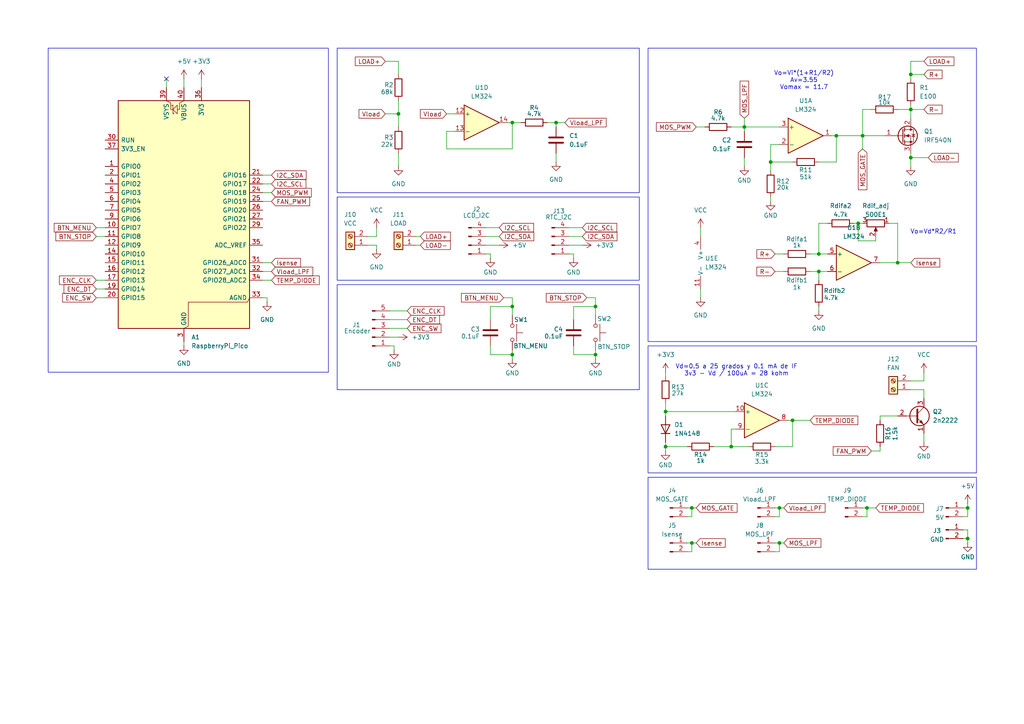
<source format=kicad_sch>
(kicad_sch (version 20250114) (generator "eeschema") (generator_version "9.0")
  (paper "A4")
  (lib_symbols
    (symbol "Amplifier_Operational:LM324" (pin_names (offset 0.127))
      (property "Reference" "U" (at 0 5.08 0))
      (property "Value" "LM324" (at 0 -5.08 0))
      (symbol "LM324_1_1"
        (pin input line (at -7.62 2.54 0) (length 2.54) (name "+") (number "3"))
        (pin input line (at -7.62 -2.54 0) (length 2.54) (name "-") (number "2"))
        (pin output line (at 7.62 0 180) (length 2.54) (name "~") (number "1"))
      )
      (symbol "LM324_2_1"
        (pin input line (at -7.62 2.54 0) (length 2.54) (name "+") (number "5"))
        (pin input line (at -7.62 -2.54 0) (length 2.54) (name "-") (number "6"))
        (pin output line (at 7.62 0 180) (length 2.54) (name "~") (number "7"))
      )
      (symbol "LM324_3_1"
        (pin input line (at -7.62 2.54 0) (length 2.54) (name "+") (number "10"))
        (pin input line (at -7.62 -2.54 0) (length 2.54) (name "-") (number "9"))
        (pin output line (at 7.62 0 180) (length 2.54) (name "~") (number "8"))
      )
      (symbol "LM324_4_1"
        (pin input line (at -7.62 2.54 0) (length 2.54) (name "+") (number "12"))
        (pin input line (at -7.62 -2.54 0) (length 2.54) (name "-") (number "13"))
        (pin output line (at 7.62 0 180) (length 2.54) (name "~") (number "14"))
      )
      (symbol "LM324_5_1"
        (pin power_in line (at -2.54 7.62 270) (length 3.81) (name "V+") (number "4"))
        (pin power_in line (at -2.54 -7.62 90) (length 3.81) (name "V-") (number "11"))
      )
    )
    (symbol "Connector:Conn_01x02_Pin" (pin_names (offset 1.016) (hide yes))
      (property "Reference" "J" (at 0 2.54 0))
      (property "Value" "Conn_01x02_Pin" (at 0 -5.08 0))
      (symbol "Conn_01x02_Pin_1_1"
        (pin passive line (at 5.08 0 180) (length 3.81) (name "Pin_1") (number "1"))
        (pin passive line (at 5.08 -2.54 180) (length 3.81) (name "Pin_2") (number "2"))
      )
    )
    (symbol "Connector:Conn_01x04_Pin" (pin_names (offset 1.016) (hide yes))
      (property "Reference" "J" (at 0 5.08 0))
      (property "Value" "Conn_01x04_Pin" (at 0 -7.62 0))
      (symbol "Conn_01x04_Pin_1_1"
        (pin passive line (at 5.08 2.54 180) (length 3.81) (name "Pin_1") (number "1"))
        (pin passive line (at 5.08 0 180) (length 3.81) (name "Pin_2") (number "2"))
        (pin passive line (at 5.08 -2.54 180) (length 3.81) (name "Pin_3") (number "3"))
        (pin passive line (at 5.08 -5.08 180) (length 3.81) (name "Pin_4") (number "4"))
      )
    )
    (symbol "Connector:Conn_01x05_Pin" (pin_names (offset 1.016) (hide yes))
      (property "Reference" "J" (at 0 7.62 0))
      (property "Value" "Conn_01x05_Pin" (at 0 -7.62 0))
      (symbol "Conn_01x05_Pin_1_1"
        (pin passive line (at 5.08 5.08 180) (length 3.81) (name "Pin_1") (number "1"))
        (pin passive line (at 5.08 2.54 180) (length 3.81) (name "Pin_2") (number "2"))
        (pin passive line (at 5.08 0 180) (length 3.81) (name "Pin_3") (number "3"))
        (pin passive line (at 5.08 -2.54 180) (length 3.81) (name "Pin_4") (number "4"))
        (pin passive line (at 5.08 -5.08 180) (length 3.81) (name "Pin_5") (number "5"))
      )
    )
    (symbol "Connector:Screw_Terminal_01x02" (pin_names (offset 1.016) (hide yes))
      (property "Reference" "J" (at 0 2.54 0))
      (property "Value" "Screw_Terminal_01x02" (at 0 -5.08 0))
      (symbol "Screw_Terminal_01x02_1_1"
        (pin passive line (at -5.08 0 0) (length 3.81) (name "Pin_1") (number "1"))
        (pin passive line (at -5.08 -2.54 0) (length 3.81) (name "Pin_2") (number "2"))
      )
    )
    (symbol "Device:C" (pin_numbers (hide yes)) (pin_names (offset 0.254))
      (property "Reference" "C" (at 0.635 2.54 0))
      (property "Value" "C" (at 0.635 -2.54 0))
      (symbol "C_1_1"
        (pin passive line (at 0 3.81 270) (length 2.794) (name "~") (number "1"))
        (pin passive line (at 0 -3.81 90) (length 2.794) (name "~") (number "2"))
      )
    )
    (symbol "Device:R" (pin_numbers (hide yes)) (pin_names (offset 0))
      (property "Reference" "R" (at 2.032 0 90))
      (property "Value" "R" (at 0 0 90))
      (symbol "R_1_1"
        (pin passive line (at 0 3.81 270) (length 1.27) (name "~") (number "1"))
        (pin passive line (at 0 -3.81 90) (length 1.27) (name "~") (number "2"))
      )
    )
    (symbol "Device:R_Potentiometer" (pin_names (offset 1.016) (hide yes))
      (property "Reference" "RV" (at -4.445 0 90))
      (property "Value" "R_Potentiometer" (at -2.54 0 90))
      (symbol "R_Potentiometer_1_1"
        (pin passive line (at 0 3.81 270) (length 1.27) (name "1") (number "1"))
        (pin passive line (at 0 -3.81 90) (length 1.27) (name "3") (number "3"))
        (pin passive line (at 3.81 0 180) (length 1.27) (name "2") (number "2"))
      )
    )
    (symbol "Diode:1N4148" (pin_numbers (hide yes)) (pin_names (hide yes))
      (property "Reference" "D" (at 0 2.54 0))
      (property "Value" "1N4148" (at 0 -2.54 0))
      (symbol "1N4148_1_1"
        (pin passive line (at -3.81 0 0) (length 2.54) (name "K") (number "1"))
        (pin passive line (at 3.81 0 180) (length 2.54) (name "A") (number "2"))
      )
    )
    (symbol "MCU_Module:RaspberryPi_Pico" (pin_names (offset 0.762))
      (property "Reference" "A" (at -19.05 35.56 0))
      (property "Value" "RaspberryPi_Pico" (at 7.62 35.56 0))
      (symbol "RaspberryPi_Pico_1_1"
        (pin passive line (at -22.86 22.86 0) (length 3.81) (name "RUN") (number "30"))
        (pin passive line (at -22.86 20.32 0) (length 3.81) (name "3V3_EN") (number "37"))
        (pin bidirectional line (at -22.86 15.24 0) (length 3.81) (name "GPIO0") (number "1"))
        (pin bidirectional line (at -22.86 12.7 0) (length 3.81) (name "GPIO1") (number "2"))
        (pin bidirectional line (at -22.86 10.16 0) (length 3.81) (name "GPIO2") (number "4"))
        (pin bidirectional line (at -22.86 7.62 0) (length 3.81) (name "GPIO3") (number "5"))
        (pin bidirectional line (at -22.86 5.08 0) (length 3.81) (name "GPIO4") (number "6"))
        (pin bidirectional line (at -22.86 2.54 0) (length 3.81) (name "GPIO5") (number "7"))
        (pin bidirectional line (at -22.86 0 0) (length 3.81) (name "GPIO6") (number "9"))
        (pin bidirectional line (at -22.86 -2.54 0) (length 3.81) (name "GPIO7") (number "10"))
        (pin bidirectional line (at -22.86 -5.08 0) (length 3.81) (name "GPIO8") (number "11"))
        (pin bidirectional line (at -22.86 -7.62 0) (length 3.81) (name "GPIO9") (number "12"))
        (pin bidirectional line (at -22.86 -10.16 0) (length 3.81) (name "GPIO10") (number "14"))
        (pin bidirectional line (at -22.86 -12.7 0) (length 3.81) (name "GPIO11") (number "15"))
        (pin bidirectional line (at -22.86 -15.24 0) (length 3.81) (name "GPIO12") (number "16"))
        (pin bidirectional line (at -22.86 -17.78 0) (length 3.81) (name "GPIO13") (number "17"))
        (pin bidirectional line (at -22.86 -20.32 0) (length 3.81) (name "GPIO14") (number "19"))
        (pin bidirectional line (at -22.86 -22.86 0) (length 3.81) (name "GPIO15") (number "20"))
        (pin power_in line (at -5.08 38.1 270) (length 3.81) (name "VSYS") (number "39"))
        (pin power_out line (at 0 38.1 270) (length 3.81) (name "VBUS") (number "40"))
        (pin passive line (at 0 -35.56 90) (length 3.81) (hide yes) (name "GND") (number "13"))
        (pin passive line (at 0 -35.56 90) (length 3.81) (hide yes) (name "GND") (number "18"))
        (pin passive line (at 0 -35.56 90) (length 3.81) (hide yes) (name "GND") (number "23"))
        (pin passive line (at 0 -35.56 90) (length 3.81) (hide yes) (name "GND") (number "28"))
        (pin power_out line (at 0 -35.56 90) (length 3.81) (name "GND") (number "3"))
        (pin passive line (at 0 -35.56 90) (length 3.81) (hide yes) (name "GND") (number "38"))
        (pin passive line (at 0 -35.56 90) (length 3.81) (hide yes) (name "GND") (number "8"))
        (pin power_out line (at 5.08 38.1 270) (length 3.81) (name "3V3") (number "36"))
        (pin bidirectional line (at 22.86 12.7 180) (length 3.81) (name "GPIO16") (number "21"))
        (pin bidirectional line (at 22.86 10.16 180) (length 3.81) (name "GPIO17") (number "22"))
        (pin bidirectional line (at 22.86 7.62 180) (length 3.81) (name "GPIO18") (number "24"))
        (pin bidirectional line (at 22.86 5.08 180) (length 3.81) (name "GPIO19") (number "25"))
        (pin bidirectional line (at 22.86 2.54 180) (length 3.81) (name "GPIO20") (number "26"))
        (pin bidirectional line (at 22.86 0 180) (length 3.81) (name "GPIO21") (number "27"))
        (pin bidirectional line (at 22.86 -2.54 180) (length 3.81) (name "GPIO22") (number "29"))
        (pin power_in line (at 22.86 -7.62 180) (length 3.81) (name "ADC_VREF") (number "35"))
        (pin bidirectional line (at 22.86 -12.7 180) (length 3.81) (name "GPIO26_ADC0") (number "31"))
        (pin bidirectional line (at 22.86 -15.24 180) (length 3.81) (name "GPIO27_ADC1") (number "32"))
        (pin bidirectional line (at 22.86 -17.78 180) (length 3.81) (name "GPIO28_ADC2") (number "34"))
        (pin power_out line (at 22.86 -22.86 180) (length 3.81) (name "AGND") (number "33"))
      )
    )
    (symbol "Switch:SW_Push" (pin_numbers (hide yes)) (pin_names (offset 1.016) (hide yes))
      (property "Reference" "SW" (at 1.27 2.54 0))
      (property "Value" "SW_Push" (at 0 -1.524 0))
      (symbol "SW_Push_0_1"
        (pin passive line (at -5.08 0 0) (length 2.54) (name "1") (number "1"))
        (pin passive line (at 5.08 0 180) (length 2.54) (name "2") (number "2"))
      )
    )
    (symbol "Transistor_BJT:2N2219" (pin_names (offset 0) (hide yes))
      (property "Reference" "Q" (at 5.08 1.905 0))
      (property "Value" "2N2219" (at 5.08 0 0))
      (symbol "2N2219_1_1"
        (pin input line (at -5.08 0 0) (length 2.54) (name "B") (number "2"))
        (pin passive line (at 2.54 5.08 270) (length 2.54) (name "C") (number "3"))
        (pin passive line (at 2.54 -5.08 90) (length 2.54) (name "E") (number "1"))
      )
    )
    (symbol "Transistor_FET:IRF540N" (pin_names (hide yes))
      (property "Reference" "Q" (at 5.08 1.905 0))
      (property "Value" "IRF540N" (at 5.08 0 0))
      (symbol "IRF540N_1_1"
        (pin input line (at -5.08 0 0) (length 2.54) (name "G") (number "1"))
        (pin passive line (at 2.54 5.08 270) (length 2.54) (name "D") (number "2"))
        (pin passive line (at 2.54 -5.08 90) (length 2.54) (name "S") (number "3"))
      )
    )
    (symbol "power:+3V3" (power) (pin_numbers (hide yes)) (pin_names (offset 0) (hide yes))
      (property "Value" "+3V3" (at 0 3.556 0))
      (symbol "+3V3_1_1"
        (pin power_in line (at 0 0 90) (length 0) (name "~") (number "1"))
      )
    )
    (symbol "power:+5V" (power) (pin_numbers (hide yes)) (pin_names (offset 0) (hide yes))
      (property "Value" "+5V" (at 0 3.556 0))
      (symbol "+5V_1_1"
        (pin power_in line (at 0 0 90) (length 0) (name "~") (number "1"))
      )
    )
    (symbol "power:GND" (power) (pin_numbers (hide yes)) (pin_names (offset 0) (hide yes))
      (property "Value" "GND" (at 0 -3.81 0))
      (symbol "GND_1_1"
        (pin power_in line (at 0 0 270) (length 0) (name "~") (number "1"))
      )
    )
    (symbol "power:VCC" (power) (pin_numbers (hide yes)) (pin_names (offset 0) (hide yes))
      (property "Value" "VCC" (at 0 3.556 0))
      (symbol "VCC_1_1"
        (pin power_in line (at 0 0 90) (length 0) (name "~") (number "1"))
      )
    )
  )
  (rectangle (start 97.79 13.97) (end 185.42 55.88))
  (rectangle (start 97.79 82.55) (end 185.42 113.03))
  (rectangle (start 97.79 57.15) (end 185.42 81.28))
  (rectangle (start 187.96 138.43) (end 283.21 165.1))
  (rectangle (start 187.96 100.33) (end 283.21 137.16))
  (rectangle (start 13.97 13.97) (end 95.25 107.95))
  (rectangle (start 187.96 13.97) (end 283.21 99.06))
  (text "Vd=0.5 a 25 grados y 0.1 mA de IF\n3v3 - Vd / 100uA = 28 kohm" (at 213.614 107.442 0) (effects (font (size 1.27 1.27))))
  (text "Vo=Vd*R2/R1" (at 270.764 67.31 0) (effects (font (size 1.27 1.27))))
  (text "Vo=Vi*(1+R1/R2)\nAv=3.55\nVomax = 11.7" (at 233.172 23.368 0) (effects (font (size 1.27 1.27))))
  (junction (at 250.19 39.37))
  (junction (at 264.16 21.59))
  (junction (at 148.59 35.56))
  (junction (at 280.67 147.32))
  (junction (at 260.35 76.2))
  (junction (at 226.06 147.32))
  (junction (at 242.57 39.37))
  (junction (at 251.46 147.32))
  (junction (at 193.04 119.38))
  (junction (at 280.67 156.21))
  (junction (at 115.57 33.02))
  (junction (at 248.92 64.77))
  (junction (at 264.16 45.72))
  (junction (at 212.09 129.54))
  (junction (at 148.59 102.87))
  (junction (at 223.52 46.99))
  (junction (at 172.72 102.87))
  (junction (at 237.49 73.66))
  (junction (at 229.87 121.92))
  (junction (at 226.06 157.48))
  (junction (at 215.9 36.83))
  (junction (at 161.29 35.56))
  (junction (at 200.66 147.32))
  (junction (at 172.72 88.9))
  (junction (at 237.49 78.74))
  (junction (at 200.66 157.48))
  (junction (at 148.59 88.9))
  (junction (at 264.16 31.75))
  (junction (at 193.04 129.54))
  (no_connect (at 48.26 22.86))
  (wire (pts (xy 212.09 124.46) (xy 213.36 124.46)))
  (wire (pts (xy 148.59 86.36) (xy 148.59 88.9)))
  (wire (pts (xy 172.72 101.6) (xy 172.72 102.87)))
  (wire (pts (xy 76.2 78.74) (xy 78.74 78.74)))
  (wire (pts (xy 200.66 147.32) (xy 200.66 149.86)))
  (wire (pts (xy 224.79 147.32) (xy 226.06 147.32)))
  (wire (pts (xy 113.03 95.25) (xy 118.11 95.25)))
  (wire (pts (xy 165.1 66.04) (xy 168.91 66.04)))
  (wire (pts (xy 140.97 66.04) (xy 144.78 66.04)))
  (wire (pts (xy 140.97 71.12) (xy 144.78 71.12)))
  (wire (pts (xy 267.97 21.59) (xy 264.16 21.59)))
  (wire (pts (xy 166.37 102.87) (xy 172.72 102.87)))
  (wire (pts (xy 237.49 78.74) (xy 237.49 81.28)))
  (wire (pts (xy 223.52 46.99) (xy 223.52 49.53)))
  (wire (pts (xy 148.59 88.9) (xy 142.24 88.9)))
  (wire (pts (xy 255.27 120.65) (xy 255.27 121.92)))
  (wire (pts (xy 140.97 68.58) (xy 144.78 68.58)))
  (wire (pts (xy 212.09 36.83) (xy 215.9 36.83)))
  (wire (pts (xy 114.3 100.33) (xy 114.3 101.6)))
  (wire (pts (xy 255.27 120.65) (xy 260.35 120.65)))
  (wire (pts (xy 242.57 39.37) (xy 242.57 46.99)))
  (wire (pts (xy 237.49 88.9) (xy 237.49 90.17)))
  (wire (pts (xy 106.68 71.12) (xy 109.22 71.12)))
  (wire (pts (xy 161.29 35.56) (xy 161.29 36.83)))
  (wire (pts (xy 27.94 81.28) (xy 30.48 81.28)))
  (wire (pts (xy 207.01 129.54) (xy 212.09 129.54)))
  (wire (pts (xy 161.29 35.56) (xy 163.83 35.56)))
  (wire (pts (xy 203.2 86.36) (xy 203.2 83.82)))
  (wire (pts (xy 260.35 76.2) (xy 264.16 76.2)))
  (wire (pts (xy 250.19 39.37) (xy 256.54 39.37)))
  (wire (pts (xy 53.34 99.06) (xy 53.34 100.33)))
  (wire (pts (xy 76.2 53.34) (xy 78.74 53.34)))
  (wire (pts (xy 115.57 33.02) (xy 115.57 36.83)))
  (wire (pts (xy 257.81 64.77) (xy 260.35 64.77)))
  (wire (pts (xy 201.93 36.83) (xy 204.47 36.83)))
  (wire (pts (xy 215.9 34.29) (xy 215.9 36.83)))
  (wire (pts (xy 241.3 39.37) (xy 242.57 39.37)))
  (wire (pts (xy 200.66 147.32) (xy 201.93 147.32)))
  (wire (pts (xy 250.19 31.75) (xy 250.19 39.37)))
  (wire (pts (xy 109.22 71.12) (xy 109.22 72.39)))
  (wire (pts (xy 255.27 130.81) (xy 252.73 130.81)))
  (wire (pts (xy 267.97 31.75) (xy 264.16 31.75)))
  (wire (pts (xy 260.35 64.77) (xy 260.35 76.2)))
  (wire (pts (xy 234.95 78.74) (xy 237.49 78.74)))
  (wire (pts (xy 148.59 35.56) (xy 151.13 35.56)))
  (wire (pts (xy 199.39 149.86) (xy 200.66 149.86)))
  (wire (pts (xy 129.54 43.18) (xy 148.59 43.18)))
  (wire (pts (xy 255.27 76.2) (xy 260.35 76.2)))
  (wire (pts (xy 250.19 43.18) (xy 250.19 39.37)))
  (wire (pts (xy 267.97 113.03) (xy 267.97 115.57)))
  (wire (pts (xy 224.79 157.48) (xy 226.06 157.48)))
  (wire (pts (xy 226.06 157.48) (xy 227.33 157.48)))
  (wire (pts (xy 226.06 157.48) (xy 226.06 160.02)))
  (wire (pts (xy 254 68.58) (xy 254 69.85)))
  (wire (pts (xy 234.95 73.66) (xy 237.49 73.66)))
  (wire (pts (xy 58.42 22.86) (xy 58.42 25.4)))
  (wire (pts (xy 148.59 104.14) (xy 148.59 102.87)))
  (wire (pts (xy 223.52 41.91) (xy 223.52 46.99)))
  (wire (pts (xy 142.24 74.93) (xy 142.24 73.66)))
  (wire (pts (xy 129.54 33.02) (xy 132.08 33.02)))
  (wire (pts (xy 76.2 50.8) (xy 78.74 50.8)))
  (wire (pts (xy 27.94 68.58) (xy 30.48 68.58)))
  (wire (pts (xy 224.79 149.86) (xy 226.06 149.86)))
  (wire (pts (xy 113.03 92.71) (xy 118.11 92.71)))
  (wire (pts (xy 172.72 91.44) (xy 172.72 88.9)))
  (wire (pts (xy 229.87 121.92) (xy 228.6 121.92)))
  (wire (pts (xy 142.24 102.87) (xy 148.59 102.87)))
  (wire (pts (xy 237.49 78.74) (xy 240.03 78.74)))
  (wire (pts (xy 170.18 86.36) (xy 172.72 86.36)))
  (wire (pts (xy 115.57 17.78) (xy 111.76 17.78)))
  (wire (pts (xy 200.66 157.48) (xy 201.93 157.48)))
  (wire (pts (xy 251.46 147.32) (xy 251.46 149.86)))
  (wire (pts (xy 199.39 147.32) (xy 200.66 147.32)))
  (wire (pts (xy 252.73 31.75) (xy 250.19 31.75)))
  (wire (pts (xy 247.65 64.77) (xy 248.92 64.77)))
  (wire (pts (xy 27.94 83.82) (xy 30.48 83.82)))
  (wire (pts (xy 109.22 66.04) (xy 109.22 68.58)))
  (wire (pts (xy 77.47 86.36) (xy 76.2 86.36)))
  (wire (pts (xy 212.09 129.54) (xy 212.09 124.46)))
  (wire (pts (xy 215.9 45.72) (xy 215.9 48.26)))
  (wire (pts (xy 237.49 64.77) (xy 237.49 73.66)))
  (wire (pts (xy 193.04 128.27) (xy 193.04 129.54)))
  (wire (pts (xy 248.92 69.85) (xy 248.92 64.77)))
  (wire (pts (xy 229.87 121.92) (xy 234.95 121.92)))
  (wire (pts (xy 76.2 76.2) (xy 78.74 76.2)))
  (wire (pts (xy 279.4 147.32) (xy 280.67 147.32)))
  (wire (pts (xy 229.87 129.54) (xy 229.87 121.92)))
  (wire (pts (xy 172.72 88.9) (xy 166.37 88.9)))
  (wire (pts (xy 166.37 74.93) (xy 166.37 73.66)))
  (wire (pts (xy 212.09 129.54) (xy 217.17 129.54)))
  (wire (pts (xy 224.79 160.02) (xy 226.06 160.02)))
  (wire (pts (xy 142.24 88.9) (xy 142.24 92.71)))
  (wire (pts (xy 215.9 36.83) (xy 226.06 36.83)))
  (wire (pts (xy 240.03 64.77) (xy 237.49 64.77)))
  (wire (pts (xy 226.06 41.91) (xy 223.52 41.91)))
  (wire (pts (xy 237.49 73.66) (xy 240.03 73.66)))
  (wire (pts (xy 226.06 147.32) (xy 226.06 149.86)))
  (wire (pts (xy 226.06 147.32) (xy 227.33 147.32)))
  (wire (pts (xy 224.79 78.74) (xy 227.33 78.74)))
  (wire (pts (xy 203.2 66.04) (xy 203.2 68.58)))
  (wire (pts (xy 224.79 129.54) (xy 229.87 129.54)))
  (wire (pts (xy 120.65 71.12) (xy 121.92 71.12)))
  (wire (pts (xy 251.46 147.32) (xy 254 147.32)))
  (wire (pts (xy 115.57 29.21) (xy 115.57 33.02)))
  (wire (pts (xy 148.59 43.18) (xy 148.59 35.56)))
  (wire (pts (xy 242.57 46.99) (xy 237.49 46.99)))
  (wire (pts (xy 76.2 58.42) (xy 78.74 58.42)))
  (wire (pts (xy 166.37 100.33) (xy 166.37 102.87)))
  (wire (pts (xy 113.03 100.33) (xy 114.3 100.33)))
  (wire (pts (xy 264.16 31.75) (xy 264.16 34.29)))
  (wire (pts (xy 132.08 38.1) (xy 129.54 38.1)))
  (wire (pts (xy 254 69.85) (xy 248.92 69.85)))
  (wire (pts (xy 53.34 22.86) (xy 53.34 25.4)))
  (wire (pts (xy 264.16 17.78) (xy 264.16 21.59)))
  (wire (pts (xy 172.72 104.14) (xy 172.72 102.87)))
  (wire (pts (xy 215.9 36.83) (xy 215.9 38.1)))
  (wire (pts (xy 76.2 55.88) (xy 78.74 55.88)))
  (wire (pts (xy 279.4 153.67) (xy 280.67 153.67)))
  (wire (pts (xy 115.57 21.59) (xy 115.57 17.78)))
  (wire (pts (xy 242.57 39.37) (xy 250.19 39.37)))
  (wire (pts (xy 115.57 33.02) (xy 111.76 33.02)))
  (wire (pts (xy 250.19 149.86) (xy 251.46 149.86)))
  (wire (pts (xy 193.04 119.38) (xy 193.04 120.65)))
  (wire (pts (xy 250.19 147.32) (xy 251.46 147.32)))
  (wire (pts (xy 27.94 86.36) (xy 30.48 86.36)))
  (wire (pts (xy 267.97 125.73) (xy 267.97 128.27)))
  (wire (pts (xy 120.65 68.58) (xy 121.92 68.58)))
  (wire (pts (xy 248.92 64.77) (xy 250.19 64.77)))
  (wire (pts (xy 264.16 45.72) (xy 269.24 45.72)))
  (wire (pts (xy 260.35 31.75) (xy 264.16 31.75)))
  (wire (pts (xy 76.2 81.28) (xy 78.74 81.28)))
  (wire (pts (xy 267.97 110.49) (xy 267.97 107.95)))
  (wire (pts (xy 193.04 129.54) (xy 199.39 129.54)))
  (wire (pts (xy 279.4 156.21) (xy 280.67 156.21)))
  (wire (pts (xy 113.03 97.79) (xy 115.57 97.79)))
  (wire (pts (xy 279.4 149.86) (xy 280.67 149.86)))
  (wire (pts (xy 199.39 157.48) (xy 200.66 157.48)))
  (wire (pts (xy 193.04 107.95) (xy 193.04 109.22)))
  (wire (pts (xy 146.05 86.36) (xy 148.59 86.36)))
  (wire (pts (xy 264.16 21.59) (xy 264.16 22.86)))
  (wire (pts (xy 200.66 157.48) (xy 200.66 160.02)))
  (wire (pts (xy 148.59 35.56) (xy 147.32 35.56)))
  (wire (pts (xy 115.57 44.45) (xy 115.57 48.26)))
  (wire (pts (xy 264.16 45.72) (xy 264.16 48.26)))
  (wire (pts (xy 166.37 88.9) (xy 166.37 92.71)))
  (wire (pts (xy 224.79 73.66) (xy 227.33 73.66)))
  (wire (pts (xy 27.94 66.04) (xy 30.48 66.04)))
  (wire (pts (xy 48.26 22.86) (xy 48.26 25.4)))
  (wire (pts (xy 264.16 44.45) (xy 264.16 45.72)))
  (wire (pts (xy 142.24 73.66) (xy 140.97 73.66)))
  (wire (pts (xy 148.59 101.6) (xy 148.59 102.87)))
  (wire (pts (xy 255.27 129.54) (xy 255.27 130.81)))
  (wire (pts (xy 109.22 68.58) (xy 106.68 68.58)))
  (wire (pts (xy 264.16 110.49) (xy 267.97 110.49)))
  (wire (pts (xy 77.47 87.63) (xy 77.47 86.36)))
  (wire (pts (xy 199.39 160.02) (xy 200.66 160.02)))
  (wire (pts (xy 166.37 73.66) (xy 165.1 73.66)))
  (wire (pts (xy 193.04 129.54) (xy 193.04 130.81)))
  (wire (pts (xy 113.03 90.17) (xy 118.11 90.17)))
  (wire (pts (xy 193.04 116.84) (xy 193.04 119.38)))
  (wire (pts (xy 161.29 44.45) (xy 161.29 46.99)))
  (wire (pts (xy 142.24 100.33) (xy 142.24 102.87)))
  (wire (pts (xy 223.52 46.99) (xy 229.87 46.99)))
  (wire (pts (xy 129.54 38.1) (xy 129.54 43.18)))
  (wire (pts (xy 158.75 35.56) (xy 161.29 35.56)))
  (wire (pts (xy 280.67 147.32) (xy 280.67 149.86)))
  (wire (pts (xy 280.67 146.05) (xy 280.67 147.32)))
  (wire (pts (xy 193.04 119.38) (xy 213.36 119.38)))
  (wire (pts (xy 172.72 86.36) (xy 172.72 88.9)))
  (wire (pts (xy 280.67 153.67) (xy 280.67 156.21)))
  (wire (pts (xy 148.59 91.44) (xy 148.59 88.9)))
  (wire (pts (xy 165.1 71.12) (xy 168.91 71.12)))
  (wire (pts (xy 264.16 30.48) (xy 264.16 31.75)))
  (wire (pts (xy 267.97 17.78) (xy 264.16 17.78)))
  (wire (pts (xy 264.16 113.03) (xy 267.97 113.03)))
  (wire (pts (xy 280.67 156.21) (xy 280.67 157.48)))
  (wire (pts (xy 165.1 68.58) (xy 168.91 68.58)))
  (wire (pts (xy 223.52 58.42) (xy 223.52 57.15)))
  (global_label "ENC_CLK" (shape input) (at 27.94 81.28 180) (property "Intersheetrefs" "${INTERSHEET_REFS}" (effects (hide yes))))
  (global_label "ENC_SW" (shape input) (at 27.94 86.36 180) (property "Intersheetrefs" "${INTERSHEET_REFS}" (effects (hide yes))))
  (global_label "MOS_PWM" (shape input) (at 201.93 36.83 180) (property "Intersheetrefs" "${INTERSHEET_REFS}" (effects (hide yes))))
  (global_label "I2C_SDA" (shape input) (at 168.91 68.58 0) (property "Intersheetrefs" "${INTERSHEET_REFS}" (effects (hide yes))))
  (global_label "BTN_MENU" (shape input) (at 146.05 86.36 180) (property "Intersheetrefs" "${INTERSHEET_REFS}" (effects (hide yes))))
  (global_label "BTN_STOP" (shape input) (at 27.94 68.58 180) (property "Intersheetrefs" "${INTERSHEET_REFS}" (effects (hide yes))))
  (global_label "R-" (shape input) (at 267.97 31.75 0) (property "Intersheetrefs" "${INTERSHEET_REFS}" (effects (hide yes))))
  (global_label "Vload_LPF" (shape input) (at 227.33 147.32 0) (property "Intersheetrefs" "${INTERSHEET_REFS}" (effects (hide yes))))
  (global_label "ENC_DT" (shape input) (at 27.94 83.82 180) (property "Intersheetrefs" "${INTERSHEET_REFS}" (effects (hide yes))))
  (global_label "Isense" (shape input) (at 78.74 76.2 0) (property "Intersheetrefs" "${INTERSHEET_REFS}" (effects (hide yes))))
  (global_label "MOS_LPF" (shape input) (at 215.9 34.29 90) (property "Intersheetrefs" "${INTERSHEET_REFS}" (effects (hide yes))))
  (global_label "Vload" (shape input) (at 129.54 33.02 180) (property "Intersheetrefs" "${INTERSHEET_REFS}" (effects (hide yes))))
  (global_label "Vload" (shape input) (at 111.76 33.02 180) (property "Intersheetrefs" "${INTERSHEET_REFS}" (effects (hide yes))))
  (global_label "R+" (shape input) (at 267.97 21.59 0) (property "Intersheetrefs" "${INTERSHEET_REFS}" (effects (hide yes))))
  (global_label "BTN_MENU" (shape input) (at 27.94 66.04 180) (property "Intersheetrefs" "${INTERSHEET_REFS}" (effects (hide yes))))
  (global_label "MOS_PWM" (shape input) (at 78.74 55.88 0) (property "Intersheetrefs" "${INTERSHEET_REFS}" (effects (hide yes))))
  (global_label "TEMP_DIODE" (shape input) (at 254 147.32 0) (property "Intersheetrefs" "${INTERSHEET_REFS}" (effects (hide yes))))
  (global_label "Vload_LPF" (shape input) (at 163.83 35.56 0) (property "Intersheetrefs" "${INTERSHEET_REFS}" (effects (hide yes))))
  (global_label "MOS_GATE" (shape input) (at 201.93 147.32 0) (property "Intersheetrefs" "${INTERSHEET_REFS}" (effects (hide yes))))
  (global_label "FAN_PWM" (shape input) (at 78.74 58.42 0) (property "Intersheetrefs" "${INTERSHEET_REFS}" (effects (hide yes))))
  (global_label "ENC_SW" (shape input) (at 118.11 95.25 0) (property "Intersheetrefs" "${INTERSHEET_REFS}" (effects (hide yes))))
  (global_label "I2C_SCL" (shape input) (at 144.78 66.04 0) (property "Intersheetrefs" "${INTERSHEET_REFS}" (effects (hide yes))))
  (global_label "LOAD-" (shape input) (at 269.24 45.72 0) (property "Intersheetrefs" "${INTERSHEET_REFS}" (effects (hide yes))))
  (global_label "LOAD+" (shape input) (at 121.92 68.58 0) (property "Intersheetrefs" "${INTERSHEET_REFS}" (effects (hide yes))))
  (global_label "R+" (shape input) (at 224.79 73.66 180) (property "Intersheetrefs" "${INTERSHEET_REFS}" (effects (hide yes))))
  (global_label "Isense" (shape input) (at 264.16 76.2 0) (property "Intersheetrefs" "${INTERSHEET_REFS}" (effects (hide yes))))
  (global_label "R-" (shape input) (at 224.79 78.74 180) (property "Intersheetrefs" "${INTERSHEET_REFS}" (effects (hide yes))))
  (global_label "ENC_CLK" (shape input) (at 118.11 90.17 0) (property "Intersheetrefs" "${INTERSHEET_REFS}" (effects (hide yes))))
  (global_label "BTN_STOP" (shape input) (at 170.18 86.36 180) (property "Intersheetrefs" "${INTERSHEET_REFS}" (effects (hide yes))))
  (global_label "LOAD-" (shape input) (at 121.92 71.12 0) (property "Intersheetrefs" "${INTERSHEET_REFS}" (effects (hide yes))))
  (global_label "MOS_LPF" (shape input) (at 227.33 157.48 0) (property "Intersheetrefs" "${INTERSHEET_REFS}" (effects (hide yes))))
  (global_label "TEMP_DIODE" (shape input) (at 234.95 121.92 0) (property "Intersheetrefs" "${INTERSHEET_REFS}" (effects (hide yes))))
  (global_label "MOS_GATE" (shape input) (at 250.19 43.18 270) (property "Intersheetrefs" "${INTERSHEET_REFS}" (effects (hide yes))))
  (global_label "LOAD+" (shape input) (at 111.76 17.78 180) (property "Intersheetrefs" "${INTERSHEET_REFS}" (effects (hide yes))))
  (global_label "TEMP_DIODE" (shape input) (at 78.74 81.28 0) (property "Intersheetrefs" "${INTERSHEET_REFS}" (effects (hide yes))))
  (global_label "I2C_SDA" (shape input) (at 144.78 68.58 0) (property "Intersheetrefs" "${INTERSHEET_REFS}" (effects (hide yes))))
  (global_label "LOAD+" (shape input) (at 267.97 17.78 0) (property "Intersheetrefs" "${INTERSHEET_REFS}" (effects (hide yes))))
  (global_label "Isense" (shape input) (at 201.93 157.48 0) (property "Intersheetrefs" "${INTERSHEET_REFS}" (effects (hide yes))))
  (global_label "I2C_SCL" (shape input) (at 78.74 53.34 0) (property "Intersheetrefs" "${INTERSHEET_REFS}" (effects (hide yes))))
  (global_label "FAN_PWM" (shape input) (at 252.73 130.81 180) (property "Intersheetrefs" "${INTERSHEET_REFS}" (effects (hide yes))))
  (global_label "ENC_DT" (shape input) (at 118.11 92.71 0) (property "Intersheetrefs" "${INTERSHEET_REFS}" (effects (hide yes))))
  (global_label "Vload_LPF" (shape input) (at 78.74 78.74 0) (property "Intersheetrefs" "${INTERSHEET_REFS}" (effects (hide yes))))
  (global_label "I2C_SDA" (shape input) (at 78.74 50.8 0) (property "Intersheetrefs" "${INTERSHEET_REFS}" (effects (hide yes))))
  (global_label "I2C_SCL" (shape input) (at 168.91 66.04 0) (property "Intersheetrefs" "${INTERSHEET_REFS}" (effects (hide yes))))
  (symbol (lib_id "Connector:Screw_Terminal_01x02") (at 115.57 71.12 180) (unit 1)
    (property "Reference" "J11" (at 115.57 62.23 0))
    (property "Value" "LOAD" (at 115.57 64.77 0))
    (property "Footprint" "TerminalBlock_Phoenix:TerminalBlock_Phoenix_MKDS-1,5-2-5.08_1x02_P5.08mm_Horizontal" (effects (hide yes)))
    (property "Description" "Generic screw terminal, single row, 01x02, script generated (kicad-library-utils/schlib/autogen/connector/)" (effects (hide yes)))
  )
  (symbol (lib_id "Device:R") (at 208.28 36.83 90) (unit 1)
    (property "Reference" "R6" (at 208.28 32.512 90))
    (property "Value" "4.7k" (at 208.28 34.29 90))
    (property "Footprint" "Resistor_THT:R_Axial_DIN0207_L6.3mm_D2.5mm_P10.16mm_Horizontal" (effects (hide yes)))
    (property "Description" "Resistor" (effects (hide yes)))
  )
  (symbol (lib_id "Transistor_BJT:2N2219") (at 265.43 120.65 0) (unit 1)
    (property "Reference" "Q2" (at 270.51 119.3799 0) (effects (justify left)))
    (property "Value" "2n2222" (at 270.51 121.9199 0) (effects (justify left)))
    (property "Footprint" "Package_TO_SOT_THT:TO-92L_Inline_Wide" (effects (hide yes)))
    (property "Datasheet" "http://www.onsemi.com/pub_link/Collateral/2N2219-D.PDF" (effects (hide yes)))
    (property "Description" "800mA Ic, 50V Vce, NPN Transistor, TO-39" (effects (hide yes)))
  )
  (symbol (lib_id "power:+3V3") (at 58.42 22.86 0) (unit 1)
    (property "Reference" "#PWR04" (effects (hide yes)))
    (property "Value" "+3V3" (at 58.42 17.78 0))
    (property "Description" "Power symbol creates a global label with name \"+3V3\"" (effects (hide yes)))
  )
  (symbol (lib_id "power:GND") (at 161.29 46.99 0) (unit 1)
    (property "Reference" "#PWR010" (effects (hide yes)))
    (property "Value" "GND" (at 161.29 52.07 0))
    (property "Description" "Power symbol creates a global label with name \"GND\" , ground" (effects (hide yes)))
  )
  (symbol (lib_id "Connector:Conn_01x02_Pin") (at 274.32 147.32 0) (unit 1)
    (property "Reference" "J7" (at 272.542 147.574 0))
    (property "Value" "5V" (at 272.542 150.114 0))
    (property "Footprint" "Connector_PinSocket_2.54mm:PinSocket_1x02_P2.54mm_Vertical" (effects (hide yes)))
    (property "Description" "Generic connector, single row, 01x02, script generated" (effects (hide yes)))
  )
  (symbol (lib_id "power:+3V3") (at 168.91 71.12 270) (unit 1)
    (property "Reference" "#PWR028" (effects (hide yes)))
    (property "Value" "+3V3" (at 172.72 71.1199 90) (effects (justify left)))
    (property "Description" "Power symbol creates a global label with name \"+3V3\"" (effects (hide yes)))
  )
  (symbol (lib_id "Switch:SW_Push") (at 172.72 96.52 270) (mirror x) (unit 1)
    (property "Reference" "SW2" (at 175.26 92.456 90))
    (property "Value" "BTN_STOP" (at 178.054 100.584 90))
    (property "Footprint" "Button_Switch_THT:SW_PUSH_6mm" (effects (hide yes)))
    (property "Description" "Push button switch, generic, two pins" (effects (hide yes)))
  )
  (symbol (lib_id "Device:R") (at 231.14 78.74 270) (unit 1)
    (property "Reference" "Rdifb1" (at 231.14 81.28 90))
    (property "Value" "1k" (at 231.14 83.312 90))
    (property "Footprint" "Resistor_THT:R_Axial_DIN0207_L6.3mm_D2.5mm_P10.16mm_Horizontal" (effects (hide yes)))
    (property "Description" "Resistor" (effects (hide yes)))
  )
  (symbol (lib_id "power:GND") (at 223.52 58.42 0) (unit 1)
    (property "Reference" "#PWR016" (effects (hide yes)))
    (property "Value" "GND" (at 223.52 62.484 0))
    (property "Description" "Power symbol creates a global label with name \"GND\" , ground" (effects (hide yes)))
  )
  (symbol (lib_id "Connector:Conn_01x05_Pin") (at 107.95 95.25 0) (mirror x) (unit 1)
    (property "Reference" "J1" (at 103.378 94.234 0))
    (property "Value" "Encoder" (at 103.632 96.012 0))
    (property "Footprint" "Connector_PinSocket_2.54mm:PinSocket_1x05_P2.54mm_Vertical" (effects (hide yes)))
    (property "Description" "Generic connector, single row, 01x05, script generated" (effects (hide yes)))
  )
  (symbol (lib_id "Device:R") (at 193.04 113.03 0) (mirror x) (unit 1)
    (property "Reference" "R13" (at 196.596 112.268 0))
    (property "Value" "27k" (at 196.596 114.046 0))
    (property "Footprint" "Resistor_THT:R_Axial_DIN0207_L6.3mm_D2.5mm_P10.16mm_Horizontal" (effects (hide yes)))
    (property "Description" "Resistor" (effects (hide yes)))
  )
  (symbol (lib_id "Device:R") (at 223.52 53.34 0) (mirror x) (unit 1)
    (property "Reference" "R12" (at 227.076 52.578 0))
    (property "Value" "20k" (at 227.076 54.356 0))
    (property "Footprint" "Resistor_THT:R_Axial_DIN0207_L6.3mm_D2.5mm_P10.16mm_Horizontal" (effects (hide yes)))
    (property "Description" "Resistor" (effects (hide yes)))
  )
  (symbol (lib_id "Transistor_FET:IRF540N") (at 261.62 39.37 0) (unit 1)
    (property "Reference" "Q1" (at 267.97 38.0999 0) (effects (justify left)))
    (property "Value" "IRF540N" (at 267.97 40.6399 0) (effects (justify left)))
    (property "Footprint" "Package_TO_SOT_THT:TO-220-3_Vertical" (effects (hide yes)))
    (property "Datasheet" "http://www.irf.com/product-info/datasheets/data/irf540n.pdf" (effects (hide yes)))
    (property "Description" "33A Id, 100V Vds, HEXFET N-Channel MOSFET, TO-220" (effects (hide yes)))
  )
  (symbol (lib_id "Device:C") (at 142.24 96.52 180) (unit 1)
    (property "Reference" "C3" (at 139.192 95.504 0) (effects (justify left)))
    (property "Value" "0.1uF" (at 139.192 97.5361 0) (effects (justify left)))
    (property "Footprint" "Capacitor_THT:C_Disc_D3.4mm_W2.1mm_P2.50mm" (effects (hide yes)))
    (property "Description" "Unpolarized capacitor" (effects (hide yes)))
  )
  (symbol (lib_id "power:VCC") (at 109.22 66.04 0) (unit 1)
    (property "Reference" "#PWR023" (effects (hide yes)))
    (property "Value" "VCC" (at 109.22 60.96 0))
    (property "Description" "Power symbol creates a global label with name \"VCC\"" (effects (hide yes)))
  )
  (symbol (lib_id "Amplifier_Operational:LM324") (at 220.98 121.92 0) (unit 3)
    (property "Reference" "U1" (at 220.98 111.76 0))
    (property "Value" "LM324" (at 220.98 114.3 0))
    (property "Footprint" "Package_DIP:DIP-14_W7.62mm_Socket_LongPads" (effects (hide yes)))
    (property "Datasheet" "http://www.ti.com/lit/ds/symlink/lm2902-n.pdf" (effects (hide yes)))
    (property "Description" "Low-Power, Quad-Operational Amplifiers, DIP-14/SOIC-14/SSOP-14" (effects (hide yes)))
  )
  (symbol (lib_id "Connector:Conn_01x02_Pin") (at 274.32 153.67 0) (unit 1)
    (property "Reference" "J3" (at 271.78 153.924 0))
    (property "Value" "GND" (at 271.78 156.464 0))
    (property "Footprint" "Connector_PinSocket_2.54mm:PinSocket_1x02_P2.54mm_Vertical" (effects (hide yes)))
    (property "Description" "Generic connector, single row, 01x02, script generated" (effects (hide yes)))
  )
  (symbol (lib_id "Device:R") (at 243.84 64.77 90) (unit 1)
    (property "Reference" "Rdifa2" (at 243.84 59.69 90))
    (property "Value" "4.7k" (at 243.84 62.23 90))
    (property "Footprint" "Resistor_THT:R_Axial_DIN0207_L6.3mm_D2.5mm_P10.16mm_Horizontal" (effects (hide yes)))
    (property "Description" "Resistor" (effects (hide yes)))
  )
  (symbol (lib_id "power:GND") (at 267.97 128.27 0) (mirror y) (unit 1)
    (property "Reference" "#PWR026" (effects (hide yes)))
    (property "Value" "GND" (at 267.97 132.334 0))
    (property "Description" "Power symbol creates a global label with name \"GND\" , ground" (effects (hide yes)))
  )
  (symbol (lib_id "Device:C") (at 166.37 96.52 180) (unit 1)
    (property "Reference" "C4" (at 163.322 95.504 0) (effects (justify left)))
    (property "Value" "0.1uF" (at 163.322 97.5361 0) (effects (justify left)))
    (property "Footprint" "Capacitor_THT:C_Disc_D3.4mm_W2.1mm_P2.50mm" (effects (hide yes)))
    (property "Description" "Unpolarized capacitor" (effects (hide yes)))
  )
  (symbol (lib_id "Device:R") (at 115.57 40.64 0) (mirror y) (unit 1)
    (property "Reference" "R3" (at 112.776 39.878 0))
    (property "Value" "22k" (at 112.268 41.91 0))
    (property "Footprint" "Resistor_THT:R_Axial_DIN0207_L6.3mm_D2.5mm_P10.16mm_Horizontal" (effects (hide yes)))
    (property "Description" "Resistor" (effects (hide yes)))
  )
  (symbol (lib_id "power:+5V") (at 144.78 71.12 270) (unit 1)
    (property "Reference" "#PWR011" (effects (hide yes)))
    (property "Value" "+5V" (at 148.59 71.1199 90) (effects (justify left)))
    (property "Description" "Power symbol creates a global label with name \"+5V\"" (effects (hide yes)))
  )
  (symbol (lib_id "Connector:Screw_Terminal_01x02") (at 101.6 71.12 180) (unit 1)
    (property "Reference" "J10" (at 101.6 62.23 0))
    (property "Value" "VCC" (at 101.6 64.77 0))
    (property "Footprint" "TerminalBlock_Phoenix:TerminalBlock_Phoenix_MKDS-1,5-2-5.08_1x02_P5.08mm_Horizontal" (effects (hide yes)))
    (property "Description" "Generic screw terminal, single row, 01x02, script generated (kicad-library-utils/schlib/autogen/connector/)" (effects (hide yes)))
  )
  (symbol (lib_id "Amplifier_Operational:LM324") (at 247.65 76.2 0) (unit 2)
    (property "Reference" "U1" (at 247.65 66.04 0))
    (property "Value" "LM324" (at 247.65 68.58 0))
    (property "Footprint" "Package_DIP:DIP-14_W7.62mm_Socket_LongPads" (effects (hide yes)))
    (property "Datasheet" "http://www.ti.com/lit/ds/symlink/lm2902-n.pdf" (effects (hide yes)))
    (property "Description" "Low-Power, Quad-Operational Amplifiers, DIP-14/SOIC-14/SSOP-14" (effects (hide yes)))
  )
  (symbol (lib_id "Amplifier_Operational:LM324") (at 139.7 35.56 0) (unit 4)
    (property "Reference" "U1" (at 139.7 25.4 0))
    (property "Value" "LM324" (at 139.7 27.94 0))
    (property "Footprint" "Package_DIP:DIP-14_W7.62mm_Socket_LongPads" (effects (hide yes)))
    (property "Datasheet" "http://www.ti.com/lit/ds/symlink/lm2902-n.pdf" (effects (hide yes)))
    (property "Description" "Low-Power, Quad-Operational Amplifiers, DIP-14/SOIC-14/SSOP-14" (effects (hide yes)))
  )
  (symbol (lib_id "Device:R") (at 231.14 73.66 90) (unit 1)
    (property "Reference" "Rdifa1" (at 231.14 69.342 90))
    (property "Value" "1k" (at 231.14 71.12 90))
    (property "Footprint" "Resistor_THT:R_Axial_DIN0207_L6.3mm_D2.5mm_P10.16mm_Horizontal" (effects (hide yes)))
    (property "Description" "Resistor" (effects (hide yes)))
  )
  (symbol (lib_id "Device:R") (at 203.2 129.54 270) (mirror x) (unit 1)
    (property "Reference" "R14" (at 203.2 131.826 90))
    (property "Value" "1k" (at 203.2 133.604 90))
    (property "Footprint" "Resistor_THT:R_Axial_DIN0207_L6.3mm_D2.5mm_P10.16mm_Horizontal" (effects (hide yes)))
    (property "Description" "Resistor" (effects (hide yes)))
  )
  (symbol (lib_id "power:VCC") (at 267.97 107.95 0) (mirror y) (unit 1)
    (property "Reference" "#PWR025" (effects (hide yes)))
    (property "Value" "VCC" (at 267.97 102.87 0))
    (property "Description" "Power symbol creates a global label with name \"VCC\"" (effects (hide yes)))
  )
  (symbol (lib_id "power:GND") (at 115.57 48.26 0) (mirror y) (unit 1)
    (property "Reference" "#PWR09" (effects (hide yes)))
    (property "Value" "GND" (at 115.57 53.34 0))
    (property "Description" "Power symbol creates a global label with name \"GND\" , ground" (effects (hide yes)))
  )
  (symbol (lib_id "Connector:Conn_01x04_Pin") (at 135.89 71.12 0) (mirror x) (unit 1)
    (property "Reference" "J2" (at 138.176 60.706 0))
    (property "Value" "LCD_I2C" (at 138.176 62.484 0))
    (property "Footprint" "Connector_PinSocket_2.54mm:PinSocket_1x04_P2.54mm_Vertical" (effects (hide yes)))
    (property "Description" "Generic connector, single row, 01x04, script generated" (effects (hide yes)))
  )
  (symbol (lib_id "power:VCC") (at 203.2 66.04 0) (unit 1)
    (property "Reference" "#PWR07" (effects (hide yes)))
    (property "Value" "VCC" (at 203.2 60.96 0))
    (property "Description" "Power symbol creates a global label with name \"VCC\"" (effects (hide yes)))
  )
  (symbol (lib_id "power:GND") (at 172.72 104.14 0) (unit 1)
    (property "Reference" "#PWR021" (effects (hide yes)))
    (property "Value" "GND" (at 172.72 108.204 0))
    (property "Description" "Power symbol creates a global label with name \"GND\" , ground" (effects (hide yes)))
  )
  (symbol (lib_id "Connector:Screw_Terminal_01x02") (at 259.08 113.03 180) (unit 1)
    (property "Reference" "J12" (at 259.08 104.14 0))
    (property "Value" "FAN" (at 259.08 106.68 0))
    (property "Footprint" "TerminalBlock_Phoenix:TerminalBlock_Phoenix_MKDS-1,5-2-5.08_1x02_P5.08mm_Horizontal" (effects (hide yes)))
    (property "Description" "Generic screw terminal, single row, 01x02, script generated (kicad-library-utils/schlib/autogen/connector/)" (effects (hide yes)))
  )
  (symbol (lib_id "Device:R") (at 255.27 125.73 0) (unit 1)
    (property "Reference" "R16" (at 257.556 125.73 90))
    (property "Value" "1.5k" (at 259.588 125.73 90))
    (property "Footprint" "Resistor_THT:R_Axial_DIN0207_L6.3mm_D2.5mm_P10.16mm_Horizontal" (effects (hide yes)))
    (property "Description" "Resistor" (effects (hide yes)))
  )
  (symbol (lib_id "Device:R") (at 237.49 85.09 0) (mirror x) (unit 1)
    (property "Reference" "Rdifb2" (at 242.062 84.328 0))
    (property "Value" "4.7k" (at 241.046 86.36 0))
    (property "Footprint" "Resistor_THT:R_Axial_DIN0207_L6.3mm_D2.5mm_P10.16mm_Horizontal" (effects (hide yes)))
    (property "Description" "Resistor" (effects (hide yes)))
  )
  (symbol (lib_id "power:+3V3") (at 115.57 97.79 270) (unit 1)
    (property "Reference" "#PWR017" (effects (hide yes)))
    (property "Value" "+3V3" (at 119.38 97.7899 90) (effects (justify left)))
    (property "Description" "Power symbol creates a global label with name \"+3V3\"" (effects (hide yes)))
  )
  (symbol (lib_id "power:GND") (at 166.37 74.93 0) (unit 1)
    (property "Reference" "#PWR027" (effects (hide yes)))
    (property "Value" "GND" (at 166.37 78.994 0))
    (property "Description" "Power symbol creates a global label with name \"GND\" , ground" (effects (hide yes)))
  )
  (symbol (lib_id "power:+3V3") (at 193.04 107.95 0) (unit 1)
    (property "Reference" "#PWR014" (effects (hide yes)))
    (property "Value" "+3V3" (at 193.04 102.87 0))
    (property "Description" "Power symbol creates a global label with name \"+3V3\"" (effects (hide yes)))
  )
  (symbol (lib_id "power:GND") (at 264.16 48.26 0) (unit 1)
    (property "Reference" "#PWR01" (effects (hide yes)))
    (property "Value" "GND" (at 264.16 53.34 0))
    (property "Description" "Power symbol creates a global label with name \"GND\" , ground" (effects (hide yes)))
  )
  (symbol (lib_id "power:GND") (at 109.22 72.39 0) (unit 1)
    (property "Reference" "#PWR024" (effects (hide yes)))
    (property "Value" "GND" (at 109.22 77.47 0))
    (property "Description" "Power symbol creates a global label with name \"GND\" , ground" (effects (hide yes)))
  )
  (symbol (lib_id "Device:C") (at 215.9 41.91 0) (mirror y) (unit 1)
    (property "Reference" "C2" (at 212.09 40.6399 0) (effects (justify left)))
    (property "Value" "0.1uF" (at 212.09 43.1799 0) (effects (justify left)))
    (property "Footprint" "Capacitor_THT:C_Disc_D3.4mm_W2.1mm_P2.50mm" (effects (hide yes)))
    (property "Description" "Unpolarized capacitor" (effects (hide yes)))
  )
  (symbol (lib_id "power:GND") (at 77.47 87.63 0) (unit 1)
    (property "Reference" "#PWR03" (effects (hide yes)))
    (property "Value" "GND" (at 77.47 92.71 0))
    (property "Description" "Power symbol creates a global label with name \"GND\" , ground" (effects (hide yes)))
  )
  (symbol (lib_id "power:GND") (at 53.34 100.33 0) (unit 1)
    (property "Reference" "#PWR02" (effects (hide yes)))
    (property "Value" "GND" (at 53.34 105.41 0))
    (property "Description" "Power symbol creates a global label with name \"GND\" , ground" (effects (hide yes)))
  )
  (symbol (lib_id "power:GND") (at 148.59 104.14 0) (unit 1)
    (property "Reference" "#PWR020" (effects (hide yes)))
    (property "Value" "GND" (at 148.59 108.204 0))
    (property "Description" "Power symbol creates a global label with name \"GND\" , ground" (effects (hide yes)))
  )
  (symbol (lib_id "power:GND") (at 142.24 74.93 0) (unit 1)
    (property "Reference" "#PWR019" (effects (hide yes)))
    (property "Value" "GND" (at 142.24 78.994 0))
    (property "Description" "Power symbol creates a global label with name \"GND\" , ground" (effects (hide yes)))
  )
  (symbol (lib_id "Connector:Conn_01x02_Pin") (at 219.71 157.48 0) (unit 1)
    (property "Reference" "J8" (at 220.345 152.4 0))
    (property "Value" "MOS_LPF" (at 220.345 154.94 0))
    (property "Footprint" "Connector_PinSocket_2.54mm:PinSocket_1x02_P2.54mm_Vertical" (effects (hide yes)))
    (property "Description" "Generic connector, single row, 01x02, script generated" (effects (hide yes)))
  )
  (symbol (lib_id "Connector:Conn_01x02_Pin") (at 194.31 157.48 0) (unit 1)
    (property "Reference" "J5" (at 194.945 152.4 0))
    (property "Value" "Isense" (at 194.945 154.94 0))
    (property "Footprint" "Connector_PinSocket_2.54mm:PinSocket_1x02_P2.54mm_Vertical" (effects (hide yes)))
    (property "Description" "Generic connector, single row, 01x02, script generated" (effects (hide yes)))
  )
  (symbol (lib_id "Device:R") (at 256.54 31.75 270) (mirror x) (unit 1)
    (property "Reference" "R17" (at 256.54 28.194 90))
    (property "Value" "10k" (at 256.54 29.718 90))
    (property "Footprint" "Resistor_THT:R_Axial_DIN0207_L6.3mm_D2.5mm_P10.16mm_Horizontal" (effects (hide yes)))
    (property "Description" "Resistor" (effects (hide yes)))
  )
  (symbol (lib_id "Device:R") (at 220.98 129.54 90) (mirror x) (unit 1)
    (property "Reference" "R15" (at 220.98 131.826 90))
    (property "Value" "3.3k" (at 220.98 133.858 90))
    (property "Footprint" "Resistor_THT:R_Axial_DIN0207_L6.3mm_D2.5mm_P10.16mm_Horizontal" (effects (hide yes)))
    (property "Description" "Resistor" (effects (hide yes)))
  )
  (symbol (lib_id "Device:C") (at 161.29 40.64 0) (unit 1)
    (property "Reference" "C1" (at 165.1 39.3699 0) (effects (justify left)))
    (property "Value" "0.1uF" (at 165.1 41.9099 0) (effects (justify left)))
    (property "Footprint" "Capacitor_THT:C_Disc_D3.4mm_W2.1mm_P2.50mm" (effects (hide yes)))
    (property "Description" "Unpolarized capacitor" (effects (hide yes)))
  )
  (symbol (lib_id "Device:R_Potentiometer") (at 254 64.77 270) (unit 1)
    (property "Reference" "500E1" (at 254 62.23 90))
    (property "Value" "Rdif_adj" (at 254 59.69 90))
    (property "Footprint" "Connector_Molex:Molex_KK-254_AE-6410-03A_1x03_P2.54mm_Vertical" (effects (hide yes)))
    (property "Description" "Potentiometer" (effects (hide yes)))
  )
  (symbol (lib_id "Device:R") (at 264.16 26.67 0) (unit 1)
    (property "Reference" "R1" (at 266.7 25.3999 0) (effects (justify left)))
    (property "Value" "E100" (at 266.7 27.9399 0) (effects (justify left)))
    (property "Footprint" "Resistor_THT:R_Axial_Power_L25.0mm_W9.0mm_P27.94mm" (effects (hide yes)))
    (property "Description" "Resistor" (effects (hide yes)))
  )
  (symbol (lib_id "Switch:SW_Push") (at 148.59 96.52 270) (mirror x) (unit 1)
    (property "Reference" "SW1" (at 151.13 92.71 90))
    (property "Value" "BTN_MENU" (at 153.924 100.33 90))
    (property "Footprint" "Button_Switch_THT:SW_PUSH_6mm" (effects (hide yes)))
    (property "Description" "Push button switch, generic, two pins" (effects (hide yes)))
  )
  (symbol (lib_id "Connector:Conn_01x04_Pin") (at 160.02 71.12 0) (mirror x) (unit 1)
    (property "Reference" "J13" (at 162.052 61.214 0))
    (property "Value" "RTC_I2C" (at 162.052 62.992 0))
    (property "Footprint" "Connector_PinSocket_2.54mm:PinSocket_1x04_P2.54mm_Vertical" (effects (hide yes)))
    (property "Description" "Generic connector, single row, 01x04, script generated" (effects (hide yes)))
  )
  (symbol (lib_id "Device:R") (at 154.94 35.56 90) (unit 1)
    (property "Reference" "R4" (at 154.94 31.242 90))
    (property "Value" "4.7k" (at 154.94 33.02 90))
    (property "Footprint" "Resistor_THT:R_Axial_DIN0207_L6.3mm_D2.5mm_P10.16mm_Horizontal" (effects (hide yes)))
    (property "Description" "Resistor" (effects (hide yes)))
  )
  (symbol (lib_id "Device:R") (at 233.68 46.99 90) (mirror x) (unit 1)
    (property "Reference" "R11" (at 233.68 49.276 90))
    (property "Value" "51k" (at 233.68 51.308 90))
    (property "Footprint" "Resistor_THT:R_Axial_DIN0207_L6.3mm_D2.5mm_P10.16mm_Horizontal" (effects (hide yes)))
    (property "Description" "Resistor" (effects (hide yes)))
  )
  (symbol (lib_id "Connector:Conn_01x02_Pin") (at 245.11 147.32 0) (unit 1)
    (property "Reference" "J9" (at 245.745 142.24 0))
    (property "Value" "TEMP_DIODE" (at 245.745 144.78 0))
    (property "Footprint" "Connector_PinSocket_2.54mm:PinSocket_1x02_P2.54mm_Vertical" (effects (hide yes)))
    (property "Description" "Generic connector, single row, 01x02, script generated" (effects (hide yes)))
  )
  (symbol (lib_id "power:GND") (at 193.04 130.81 0) (unit 1)
    (property "Reference" "#PWR015" (effects (hide yes)))
    (property "Value" "GND" (at 193.04 134.874 0))
    (property "Description" "Power symbol creates a global label with name \"GND\" , ground" (effects (hide yes)))
  )
  (symbol (lib_id "power:GND") (at 114.3 101.6 0) (unit 1)
    (property "Reference" "#PWR018" (effects (hide yes)))
    (property "Value" "GND" (at 114.3 105.664 0))
    (property "Description" "Power symbol creates a global label with name \"GND\" , ground" (effects (hide yes)))
  )
  (symbol (lib_id "power:+5V") (at 280.67 146.05 0) (unit 1)
    (property "Reference" "#PWR012" (effects (hide yes)))
    (property "Value" "+5V" (at 280.67 140.97 0))
    (property "Description" "Power symbol creates a global label with name \"+5V\"" (effects (hide yes)))
  )
  (symbol (lib_id "power:GND") (at 203.2 86.36 0) (unit 1)
    (property "Reference" "#PWR06" (effects (hide yes)))
    (property "Value" "GND" (at 203.2 91.44 0))
    (property "Description" "Power symbol creates a global label with name \"GND\" , ground" (effects (hide yes)))
  )
  (symbol (lib_id "Connector:Conn_01x02_Pin") (at 194.31 147.32 0) (unit 1)
    (property "Reference" "J4" (at 194.945 142.24 0))
    (property "Value" "MOS_GATE" (at 194.945 144.78 0))
    (property "Footprint" "Connector_PinSocket_2.54mm:PinSocket_1x02_P2.54mm_Vertical" (effects (hide yes)))
    (property "Description" "Generic connector, single row, 01x02, script generated" (effects (hide yes)))
  )
  (symbol (lib_id "power:GND") (at 215.9 48.26 0) (unit 1)
    (property "Reference" "#PWR013" (effects (hide yes)))
    (property "Value" "GND" (at 215.9 52.324 0))
    (property "Description" "Power symbol creates a global label with name \"GND\" , ground" (effects (hide yes)))
  )
  (symbol (lib_id "power:GND") (at 280.67 157.48 0) (unit 1)
    (property "Reference" "#PWR022" (effects (hide yes)))
    (property "Value" "GND" (at 280.67 161.544 0))
    (property "Description" "Power symbol creates a global label with name \"GND\" , ground" (effects (hide yes)))
  )
  (symbol (lib_id "Device:R") (at 115.57 25.4 0) (mirror y) (unit 1)
    (property "Reference" "R2" (at 112.776 24.638 0))
    (property "Value" "68k" (at 112.268 26.67 0))
    (property "Footprint" "Resistor_THT:R_Axial_DIN0207_L6.3mm_D2.5mm_P10.16mm_Horizontal" (effects (hide yes)))
    (property "Description" "Resistor" (effects (hide yes)))
  )
  (symbol (lib_id "power:+5V") (at 53.34 22.86 0) (unit 1)
    (property "Reference" "#PWR05" (effects (hide yes)))
    (property "Value" "+5V" (at 53.34 17.78 0))
    (property "Description" "Power symbol creates a global label with name \"+5V\"" (effects (hide yes)))
  )
  (symbol (lib_id "power:GND") (at 237.49 90.17 0) (unit 1)
    (property "Reference" "#PWR08" (effects (hide yes)))
    (property "Value" "GND" (at 237.49 95.25 0))
    (property "Description" "Power symbol creates a global label with name \"GND\" , ground" (effects (hide yes)))
  )
  (symbol (lib_id "Connector:Conn_01x02_Pin") (at 219.71 147.32 0) (unit 1)
    (property "Reference" "J6" (at 220.345 142.24 0))
    (property "Value" "Vload_LPF" (at 220.345 144.78 0))
    (property "Footprint" "Connector_PinSocket_2.54mm:PinSocket_1x02_P2.54mm_Vertical" (effects (hide yes)))
    (property "Description" "Generic connector, single row, 01x02, script generated" (effects (hide yes)))
  )
  (symbol (lib_id "Diode:1N4148") (at 193.04 124.46 90) (unit 1)
    (property "Reference" "D1" (at 195.58 123.1899 90) (effects (justify right)))
    (property "Value" "1N4148" (at 195.58 125.7299 90) (effects (justify right)))
    (property "Footprint" "Diode_THT:D_DO-35_SOD27_P7.62mm_Horizontal" (effects (hide yes)))
    (property "Datasheet" "https://assets.nexperia.com/documents/data-sheet/1N4148_1N4448.pdf" (effects (hide yes)))
    (property "Description" "100V 0.15A standard switching diode, DO-35" (effects (hide yes)))
    (property "Sim.Device" "D" (effects (hide yes)))
    (property "Sim.Pins" "1=K 2=A" (effects (hide yes)))
  )
  (symbol (lib_id "MCU_Module:RaspberryPi_Pico") (at 53.34 63.5 0) (unit 1)
    (property "Reference" "A1" (at 55.4833 97.79 0) (effects (justify left)))
    (property "Value" "RaspberryPi_Pico" (at 55.4833 100.33 0) (effects (justify left)))
    (property "Footprint" "Module:RaspberryPi_Pico_Common_THT" (effects (hide yes)))
    (property "Datasheet" "https://datasheets.raspberrypi.com/pico/pico-datasheet.pdf" (effects (hide yes)))
    (property "Description" "Versatile and inexpensive microcontroller module powered by RP2040 dual-core Arm Cortex-M0+ processor up to 133 MHz, 264kB SRAM, 2MB QSPI flash; also supports Raspberry Pi Pico 2" (effects (hide yes)))
  )
  (symbol (lib_id "Amplifier_Operational:LM324") (at 233.68 39.37 0) (unit 1)
    (property "Reference" "U1" (at 233.68 29.21 0))
    (property "Value" "LM324" (at 233.68 31.75 0))
    (property "Footprint" "Package_DIP:DIP-14_W7.62mm_Socket_LongPads" (effects (hide yes)))
    (property "Datasheet" "http://www.ti.com/lit/ds/symlink/lm2902-n.pdf" (effects (hide yes)))
    (property "Description" "Low-Power, Quad-Operational Amplifiers, DIP-14/SOIC-14/SSOP-14" (effects (hide yes)))
  )
  (symbol (lib_id "Amplifier_Operational:LM324") (at 205.74 76.2 0) (unit 5)
    (property "Reference" "U1" (at 204.47 74.9299 0) (effects (justify left)))
    (property "Value" "LM324" (at 204.47 77.4699 0) (effects (justify left)))
    (property "Footprint" "Package_DIP:DIP-14_W7.62mm_Socket_LongPads" (effects (hide yes)))
    (property "Datasheet" "http://www.ti.com/lit/ds/symlink/lm2902-n.pdf" (effects (hide yes)))
    (property "Description" "Low-Power, Quad-Operational Amplifiers, DIP-14/SOIC-14/SSOP-14" (effects (hide yes)))
  )
)
</source>
